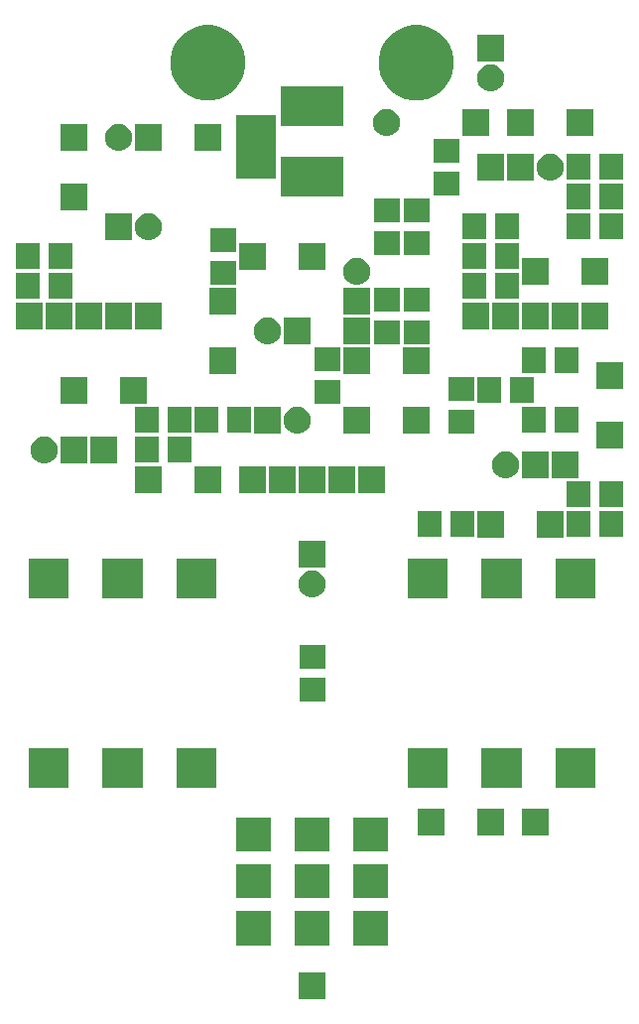
<source format=gbr>
G04 #@! TF.GenerationSoftware,KiCad,Pcbnew,5.1.6-c6e7f7d~87~ubuntu19.10.1*
G04 #@! TF.CreationDate,2022-03-29T21:19:22+06:00*
G04 #@! TF.ProjectId,big_muff_r3a_nyc,6269675f-6d75-4666-965f-7233615f6e79,3A*
G04 #@! TF.SameCoordinates,Original*
G04 #@! TF.FileFunction,Soldermask,Bot*
G04 #@! TF.FilePolarity,Negative*
%FSLAX46Y46*%
G04 Gerber Fmt 4.6, Leading zero omitted, Abs format (unit mm)*
G04 Created by KiCad (PCBNEW 5.1.6-c6e7f7d~87~ubuntu19.10.1) date 2022-03-29 21:19:22*
%MOMM*%
%LPD*%
G01*
G04 APERTURE LIST*
%ADD10C,0.100000*%
G04 APERTURE END LIST*
D10*
G36*
X106560000Y-177680000D02*
G01*
X104260000Y-177680000D01*
X104260000Y-175380000D01*
X106560000Y-175380000D01*
X106560000Y-177680000D01*
G37*
G36*
X111860000Y-173090000D02*
G01*
X108960000Y-173090000D01*
X108960000Y-170190000D01*
X111860000Y-170190000D01*
X111860000Y-173090000D01*
G37*
G36*
X101860000Y-173090000D02*
G01*
X98960000Y-173090000D01*
X98960000Y-170190000D01*
X101860000Y-170190000D01*
X101860000Y-173090000D01*
G37*
G36*
X106860000Y-173090000D02*
G01*
X103960000Y-173090000D01*
X103960000Y-170190000D01*
X106860000Y-170190000D01*
X106860000Y-173090000D01*
G37*
G36*
X101860000Y-169090000D02*
G01*
X98960000Y-169090000D01*
X98960000Y-166190000D01*
X101860000Y-166190000D01*
X101860000Y-169090000D01*
G37*
G36*
X106860000Y-169090000D02*
G01*
X103960000Y-169090000D01*
X103960000Y-166190000D01*
X106860000Y-166190000D01*
X106860000Y-169090000D01*
G37*
G36*
X111860000Y-169090000D02*
G01*
X108960000Y-169090000D01*
X108960000Y-166190000D01*
X111860000Y-166190000D01*
X111860000Y-169090000D01*
G37*
G36*
X111860000Y-165090000D02*
G01*
X108960000Y-165090000D01*
X108960000Y-162190000D01*
X111860000Y-162190000D01*
X111860000Y-165090000D01*
G37*
G36*
X101860000Y-165090000D02*
G01*
X98960000Y-165090000D01*
X98960000Y-162190000D01*
X101860000Y-162190000D01*
X101860000Y-165090000D01*
G37*
G36*
X106860000Y-165090000D02*
G01*
X103960000Y-165090000D01*
X103960000Y-162190000D01*
X106860000Y-162190000D01*
X106860000Y-165090000D01*
G37*
G36*
X121800000Y-163710000D02*
G01*
X119500000Y-163710000D01*
X119500000Y-161410000D01*
X121800000Y-161410000D01*
X121800000Y-163710000D01*
G37*
G36*
X116720000Y-163710000D02*
G01*
X114420000Y-163710000D01*
X114420000Y-161410000D01*
X116720000Y-161410000D01*
X116720000Y-163710000D01*
G37*
G36*
X125610000Y-163710000D02*
G01*
X123310000Y-163710000D01*
X123310000Y-161410000D01*
X125610000Y-161410000D01*
X125610000Y-163710000D01*
G37*
G36*
X97240000Y-159660000D02*
G01*
X93840000Y-159660000D01*
X93840000Y-156260000D01*
X97240000Y-156260000D01*
X97240000Y-159660000D01*
G37*
G36*
X129580000Y-159660000D02*
G01*
X126180000Y-159660000D01*
X126180000Y-156260000D01*
X129580000Y-156260000D01*
X129580000Y-159660000D01*
G37*
G36*
X123280000Y-159660000D02*
G01*
X119880000Y-159660000D01*
X119880000Y-156260000D01*
X123280000Y-156260000D01*
X123280000Y-159660000D01*
G37*
G36*
X116980000Y-159660000D02*
G01*
X113580000Y-159660000D01*
X113580000Y-156260000D01*
X116980000Y-156260000D01*
X116980000Y-159660000D01*
G37*
G36*
X84640000Y-159660000D02*
G01*
X81240000Y-159660000D01*
X81240000Y-156260000D01*
X84640000Y-156260000D01*
X84640000Y-159660000D01*
G37*
G36*
X90940000Y-159660000D02*
G01*
X87540000Y-159660000D01*
X87540000Y-156260000D01*
X90940000Y-156260000D01*
X90940000Y-159660000D01*
G37*
G36*
X106510000Y-152260000D02*
G01*
X104310000Y-152260000D01*
X104310000Y-150260000D01*
X106510000Y-150260000D01*
X106510000Y-152260000D01*
G37*
G36*
X106510000Y-149460000D02*
G01*
X104310000Y-149460000D01*
X104310000Y-147460000D01*
X106510000Y-147460000D01*
X106510000Y-149460000D01*
G37*
G36*
X129580000Y-143460000D02*
G01*
X126180000Y-143460000D01*
X126180000Y-140060000D01*
X129580000Y-140060000D01*
X129580000Y-143460000D01*
G37*
G36*
X84640000Y-143460000D02*
G01*
X81240000Y-143460000D01*
X81240000Y-140060000D01*
X84640000Y-140060000D01*
X84640000Y-143460000D01*
G37*
G36*
X90940000Y-143460000D02*
G01*
X87540000Y-143460000D01*
X87540000Y-140060000D01*
X90940000Y-140060000D01*
X90940000Y-143460000D01*
G37*
G36*
X123280000Y-143460000D02*
G01*
X119880000Y-143460000D01*
X119880000Y-140060000D01*
X123280000Y-140060000D01*
X123280000Y-143460000D01*
G37*
G36*
X97240000Y-143460000D02*
G01*
X93840000Y-143460000D01*
X93840000Y-140060000D01*
X97240000Y-140060000D01*
X97240000Y-143460000D01*
G37*
G36*
X116980000Y-143460000D02*
G01*
X113580000Y-143460000D01*
X113580000Y-140060000D01*
X116980000Y-140060000D01*
X116980000Y-143460000D01*
G37*
G36*
X105634354Y-141112097D02*
G01*
X105745443Y-141134194D01*
X105868039Y-141184976D01*
X105954728Y-141220883D01*
X106143081Y-141346736D01*
X106303264Y-141506919D01*
X106429117Y-141695272D01*
X106465024Y-141781961D01*
X106515806Y-141904557D01*
X106560000Y-142126735D01*
X106560000Y-142353265D01*
X106515806Y-142575443D01*
X106465024Y-142698039D01*
X106429117Y-142784728D01*
X106303264Y-142973081D01*
X106143081Y-143133264D01*
X105954728Y-143259117D01*
X105868039Y-143295024D01*
X105745443Y-143345806D01*
X105634354Y-143367903D01*
X105523267Y-143390000D01*
X105296733Y-143390000D01*
X105185646Y-143367903D01*
X105074557Y-143345806D01*
X104951961Y-143295024D01*
X104865272Y-143259117D01*
X104676919Y-143133264D01*
X104516736Y-142973081D01*
X104390883Y-142784728D01*
X104354976Y-142698039D01*
X104304194Y-142575443D01*
X104260000Y-142353265D01*
X104260000Y-142126735D01*
X104304194Y-141904557D01*
X104354976Y-141781961D01*
X104390883Y-141695272D01*
X104516736Y-141506919D01*
X104676919Y-141346736D01*
X104865272Y-141220883D01*
X104951961Y-141184976D01*
X105074557Y-141134194D01*
X105185646Y-141112097D01*
X105296733Y-141090000D01*
X105523267Y-141090000D01*
X105634354Y-141112097D01*
G37*
G36*
X106560000Y-140850000D02*
G01*
X104260000Y-140850000D01*
X104260000Y-138550000D01*
X106560000Y-138550000D01*
X106560000Y-140850000D01*
G37*
G36*
X126880000Y-138310000D02*
G01*
X124580000Y-138310000D01*
X124580000Y-136010000D01*
X126880000Y-136010000D01*
X126880000Y-138310000D01*
G37*
G36*
X121800000Y-138310000D02*
G01*
X119500000Y-138310000D01*
X119500000Y-136010000D01*
X121800000Y-136010000D01*
X121800000Y-138310000D01*
G37*
G36*
X119240000Y-138260000D02*
G01*
X117240000Y-138260000D01*
X117240000Y-136060000D01*
X119240000Y-136060000D01*
X119240000Y-138260000D01*
G37*
G36*
X116440000Y-138260000D02*
G01*
X114440000Y-138260000D01*
X114440000Y-136060000D01*
X116440000Y-136060000D01*
X116440000Y-138260000D01*
G37*
G36*
X129140000Y-138260000D02*
G01*
X127140000Y-138260000D01*
X127140000Y-136060000D01*
X129140000Y-136060000D01*
X129140000Y-138260000D01*
G37*
G36*
X131940000Y-138260000D02*
G01*
X129940000Y-138260000D01*
X129940000Y-136060000D01*
X131940000Y-136060000D01*
X131940000Y-138260000D01*
G37*
G36*
X129140000Y-135720000D02*
G01*
X127140000Y-135720000D01*
X127140000Y-133520000D01*
X129140000Y-133520000D01*
X129140000Y-135720000D01*
G37*
G36*
X131940000Y-135720000D02*
G01*
X129940000Y-135720000D01*
X129940000Y-133520000D01*
X131940000Y-133520000D01*
X131940000Y-135720000D01*
G37*
G36*
X97670000Y-134500000D02*
G01*
X95370000Y-134500000D01*
X95370000Y-132200000D01*
X97670000Y-132200000D01*
X97670000Y-134500000D01*
G37*
G36*
X111640000Y-134500000D02*
G01*
X109340000Y-134500000D01*
X109340000Y-132200000D01*
X111640000Y-132200000D01*
X111640000Y-134500000D01*
G37*
G36*
X109100000Y-134500000D02*
G01*
X106800000Y-134500000D01*
X106800000Y-132200000D01*
X109100000Y-132200000D01*
X109100000Y-134500000D01*
G37*
G36*
X106560000Y-134500000D02*
G01*
X104260000Y-134500000D01*
X104260000Y-132200000D01*
X106560000Y-132200000D01*
X106560000Y-134500000D01*
G37*
G36*
X101480000Y-134500000D02*
G01*
X99180000Y-134500000D01*
X99180000Y-132200000D01*
X101480000Y-132200000D01*
X101480000Y-134500000D01*
G37*
G36*
X92590000Y-134500000D02*
G01*
X90290000Y-134500000D01*
X90290000Y-132200000D01*
X92590000Y-132200000D01*
X92590000Y-134500000D01*
G37*
G36*
X104020000Y-134500000D02*
G01*
X101720000Y-134500000D01*
X101720000Y-132200000D01*
X104020000Y-132200000D01*
X104020000Y-134500000D01*
G37*
G36*
X128150000Y-133230000D02*
G01*
X125850000Y-133230000D01*
X125850000Y-130930000D01*
X128150000Y-130930000D01*
X128150000Y-133230000D01*
G37*
G36*
X125610000Y-133230000D02*
G01*
X123310000Y-133230000D01*
X123310000Y-130930000D01*
X125610000Y-130930000D01*
X125610000Y-133230000D01*
G37*
G36*
X122144354Y-130952097D02*
G01*
X122255443Y-130974194D01*
X122378039Y-131024976D01*
X122464728Y-131060883D01*
X122653081Y-131186736D01*
X122813264Y-131346919D01*
X122939117Y-131535272D01*
X122975024Y-131621961D01*
X123025806Y-131744557D01*
X123025806Y-131744559D01*
X123070000Y-131966733D01*
X123070000Y-132193267D01*
X123047903Y-132304354D01*
X123025806Y-132415443D01*
X122975024Y-132538039D01*
X122939117Y-132624728D01*
X122813264Y-132813081D01*
X122653081Y-132973264D01*
X122464728Y-133099117D01*
X122378039Y-133135024D01*
X122255443Y-133185806D01*
X122144354Y-133207903D01*
X122033267Y-133230000D01*
X121806733Y-133230000D01*
X121695646Y-133207903D01*
X121584557Y-133185806D01*
X121461961Y-133135024D01*
X121375272Y-133099117D01*
X121186919Y-132973264D01*
X121026736Y-132813081D01*
X120900883Y-132624728D01*
X120864976Y-132538039D01*
X120814194Y-132415443D01*
X120792097Y-132304354D01*
X120770000Y-132193267D01*
X120770000Y-131966733D01*
X120814194Y-131744559D01*
X120814194Y-131744557D01*
X120864976Y-131621961D01*
X120900883Y-131535272D01*
X121026736Y-131346919D01*
X121186919Y-131186736D01*
X121375272Y-131060883D01*
X121461961Y-131024976D01*
X121584557Y-130974194D01*
X121695646Y-130952097D01*
X121806733Y-130930000D01*
X122033267Y-130930000D01*
X122144354Y-130952097D01*
G37*
G36*
X82774354Y-129682097D02*
G01*
X82885443Y-129704194D01*
X83008039Y-129754976D01*
X83094728Y-129790883D01*
X83283081Y-129916736D01*
X83443264Y-130076919D01*
X83569117Y-130265272D01*
X83605024Y-130351961D01*
X83655806Y-130474557D01*
X83655806Y-130474559D01*
X83700000Y-130696733D01*
X83700000Y-130923267D01*
X83689870Y-130974194D01*
X83655806Y-131145443D01*
X83638701Y-131186737D01*
X83569117Y-131354728D01*
X83443264Y-131543081D01*
X83283081Y-131703264D01*
X83094728Y-131829117D01*
X83008039Y-131865024D01*
X82885443Y-131915806D01*
X82774354Y-131937903D01*
X82663267Y-131960000D01*
X82436733Y-131960000D01*
X82325646Y-131937903D01*
X82214557Y-131915806D01*
X82091961Y-131865024D01*
X82005272Y-131829117D01*
X81816919Y-131703264D01*
X81656736Y-131543081D01*
X81530883Y-131354728D01*
X81461299Y-131186737D01*
X81444194Y-131145443D01*
X81410130Y-130974194D01*
X81400000Y-130923267D01*
X81400000Y-130696733D01*
X81444194Y-130474559D01*
X81444194Y-130474557D01*
X81494976Y-130351961D01*
X81530883Y-130265272D01*
X81656736Y-130076919D01*
X81816919Y-129916736D01*
X82005272Y-129790883D01*
X82091961Y-129754976D01*
X82214557Y-129704194D01*
X82325646Y-129682097D01*
X82436733Y-129660000D01*
X82663267Y-129660000D01*
X82774354Y-129682097D01*
G37*
G36*
X88780000Y-131960000D02*
G01*
X86480000Y-131960000D01*
X86480000Y-129660000D01*
X88780000Y-129660000D01*
X88780000Y-131960000D01*
G37*
G36*
X86240000Y-131960000D02*
G01*
X83940000Y-131960000D01*
X83940000Y-129660000D01*
X86240000Y-129660000D01*
X86240000Y-131960000D01*
G37*
G36*
X92310000Y-131910000D02*
G01*
X90310000Y-131910000D01*
X90310000Y-129710000D01*
X92310000Y-129710000D01*
X92310000Y-131910000D01*
G37*
G36*
X95110000Y-131910000D02*
G01*
X93110000Y-131910000D01*
X93110000Y-129710000D01*
X95110000Y-129710000D01*
X95110000Y-131910000D01*
G37*
G36*
X131960000Y-130690000D02*
G01*
X129660000Y-130690000D01*
X129660000Y-128390000D01*
X131960000Y-128390000D01*
X131960000Y-130690000D01*
G37*
G36*
X102750000Y-129420000D02*
G01*
X100450000Y-129420000D01*
X100450000Y-127120000D01*
X102750000Y-127120000D01*
X102750000Y-129420000D01*
G37*
G36*
X104364354Y-127142097D02*
G01*
X104475443Y-127164194D01*
X104598039Y-127214976D01*
X104684728Y-127250883D01*
X104873081Y-127376736D01*
X105033264Y-127536919D01*
X105159117Y-127725272D01*
X105195024Y-127811961D01*
X105245806Y-127934557D01*
X105245806Y-127934559D01*
X105290000Y-128156733D01*
X105290000Y-128383267D01*
X105267903Y-128494354D01*
X105245806Y-128605443D01*
X105195024Y-128728039D01*
X105159117Y-128814728D01*
X105033264Y-129003081D01*
X104873081Y-129163264D01*
X104684728Y-129289117D01*
X104598039Y-129325024D01*
X104475443Y-129375806D01*
X104364354Y-129397903D01*
X104253267Y-129420000D01*
X104026733Y-129420000D01*
X103915646Y-129397903D01*
X103804557Y-129375806D01*
X103681961Y-129325024D01*
X103595272Y-129289117D01*
X103406919Y-129163264D01*
X103246736Y-129003081D01*
X103120883Y-128814728D01*
X103084976Y-128728039D01*
X103034194Y-128605443D01*
X103012097Y-128494354D01*
X102990000Y-128383267D01*
X102990000Y-128156733D01*
X103034194Y-127934559D01*
X103034194Y-127934557D01*
X103084976Y-127811961D01*
X103120883Y-127725272D01*
X103246736Y-127536919D01*
X103406919Y-127376736D01*
X103595272Y-127250883D01*
X103681961Y-127214976D01*
X103804557Y-127164194D01*
X103915646Y-127142097D01*
X104026733Y-127120000D01*
X104253267Y-127120000D01*
X104364354Y-127142097D01*
G37*
G36*
X110370000Y-129420000D02*
G01*
X108070000Y-129420000D01*
X108070000Y-127120000D01*
X110370000Y-127120000D01*
X110370000Y-129420000D01*
G37*
G36*
X115450000Y-129420000D02*
G01*
X113150000Y-129420000D01*
X113150000Y-127120000D01*
X115450000Y-127120000D01*
X115450000Y-129420000D01*
G37*
G36*
X119210000Y-129400000D02*
G01*
X117010000Y-129400000D01*
X117010000Y-127400000D01*
X119210000Y-127400000D01*
X119210000Y-129400000D01*
G37*
G36*
X97390000Y-129370000D02*
G01*
X95390000Y-129370000D01*
X95390000Y-127170000D01*
X97390000Y-127170000D01*
X97390000Y-129370000D01*
G37*
G36*
X100190000Y-129370000D02*
G01*
X98190000Y-129370000D01*
X98190000Y-127170000D01*
X100190000Y-127170000D01*
X100190000Y-129370000D01*
G37*
G36*
X92310000Y-129370000D02*
G01*
X90310000Y-129370000D01*
X90310000Y-127170000D01*
X92310000Y-127170000D01*
X92310000Y-129370000D01*
G37*
G36*
X125330000Y-129370000D02*
G01*
X123330000Y-129370000D01*
X123330000Y-127170000D01*
X125330000Y-127170000D01*
X125330000Y-129370000D01*
G37*
G36*
X128130000Y-129370000D02*
G01*
X126130000Y-129370000D01*
X126130000Y-127170000D01*
X128130000Y-127170000D01*
X128130000Y-129370000D01*
G37*
G36*
X95110000Y-129370000D02*
G01*
X93110000Y-129370000D01*
X93110000Y-127170000D01*
X95110000Y-127170000D01*
X95110000Y-129370000D01*
G37*
G36*
X91320000Y-126880000D02*
G01*
X89020000Y-126880000D01*
X89020000Y-124580000D01*
X91320000Y-124580000D01*
X91320000Y-126880000D01*
G37*
G36*
X86240000Y-126880000D02*
G01*
X83940000Y-126880000D01*
X83940000Y-124580000D01*
X86240000Y-124580000D01*
X86240000Y-126880000D01*
G37*
G36*
X107780000Y-126860000D02*
G01*
X105580000Y-126860000D01*
X105580000Y-124860000D01*
X107780000Y-124860000D01*
X107780000Y-126860000D01*
G37*
G36*
X121520000Y-126830000D02*
G01*
X119520000Y-126830000D01*
X119520000Y-124630000D01*
X121520000Y-124630000D01*
X121520000Y-126830000D01*
G37*
G36*
X124320000Y-126830000D02*
G01*
X122320000Y-126830000D01*
X122320000Y-124630000D01*
X124320000Y-124630000D01*
X124320000Y-126830000D01*
G37*
G36*
X119210000Y-126600000D02*
G01*
X117010000Y-126600000D01*
X117010000Y-124600000D01*
X119210000Y-124600000D01*
X119210000Y-126600000D01*
G37*
G36*
X131960000Y-125610000D02*
G01*
X129660000Y-125610000D01*
X129660000Y-123310000D01*
X131960000Y-123310000D01*
X131960000Y-125610000D01*
G37*
G36*
X110370000Y-124340000D02*
G01*
X108070000Y-124340000D01*
X108070000Y-122040000D01*
X110370000Y-122040000D01*
X110370000Y-124340000D01*
G37*
G36*
X98940000Y-124340000D02*
G01*
X96640000Y-124340000D01*
X96640000Y-122040000D01*
X98940000Y-122040000D01*
X98940000Y-124340000D01*
G37*
G36*
X115450000Y-124340000D02*
G01*
X113150000Y-124340000D01*
X113150000Y-122040000D01*
X115450000Y-122040000D01*
X115450000Y-124340000D01*
G37*
G36*
X125330000Y-124290000D02*
G01*
X123330000Y-124290000D01*
X123330000Y-122090000D01*
X125330000Y-122090000D01*
X125330000Y-124290000D01*
G37*
G36*
X128130000Y-124290000D02*
G01*
X126130000Y-124290000D01*
X126130000Y-122090000D01*
X128130000Y-122090000D01*
X128130000Y-124290000D01*
G37*
G36*
X107780000Y-124060000D02*
G01*
X105580000Y-124060000D01*
X105580000Y-122060000D01*
X107780000Y-122060000D01*
X107780000Y-124060000D01*
G37*
G36*
X110370000Y-121800000D02*
G01*
X108070000Y-121800000D01*
X108070000Y-119500000D01*
X110370000Y-119500000D01*
X110370000Y-121800000D01*
G37*
G36*
X101824354Y-119522097D02*
G01*
X101935443Y-119544194D01*
X102058039Y-119594976D01*
X102144728Y-119630883D01*
X102333081Y-119756736D01*
X102493264Y-119916919D01*
X102619117Y-120105272D01*
X102655024Y-120191961D01*
X102705806Y-120314557D01*
X102705806Y-120314559D01*
X102748661Y-120530000D01*
X102750000Y-120536735D01*
X102750000Y-120763265D01*
X102705806Y-120985443D01*
X102655024Y-121108039D01*
X102619117Y-121194728D01*
X102493264Y-121383081D01*
X102333081Y-121543264D01*
X102144728Y-121669117D01*
X102058039Y-121705024D01*
X101935443Y-121755806D01*
X101824354Y-121777903D01*
X101713267Y-121800000D01*
X101486733Y-121800000D01*
X101375646Y-121777903D01*
X101264557Y-121755806D01*
X101141961Y-121705024D01*
X101055272Y-121669117D01*
X100866919Y-121543264D01*
X100706736Y-121383081D01*
X100580883Y-121194728D01*
X100544976Y-121108039D01*
X100494194Y-120985443D01*
X100450000Y-120763265D01*
X100450000Y-120536735D01*
X100451340Y-120530000D01*
X100494194Y-120314559D01*
X100494194Y-120314557D01*
X100544976Y-120191961D01*
X100580883Y-120105272D01*
X100706736Y-119916919D01*
X100866919Y-119756736D01*
X101055272Y-119630883D01*
X101141961Y-119594976D01*
X101264557Y-119544194D01*
X101375646Y-119522097D01*
X101486733Y-119500000D01*
X101713267Y-119500000D01*
X101824354Y-119522097D01*
G37*
G36*
X105290000Y-121800000D02*
G01*
X102990000Y-121800000D01*
X102990000Y-119500000D01*
X105290000Y-119500000D01*
X105290000Y-121800000D01*
G37*
G36*
X115400000Y-121780000D02*
G01*
X113200000Y-121780000D01*
X113200000Y-119780000D01*
X115400000Y-119780000D01*
X115400000Y-121780000D01*
G37*
G36*
X112860000Y-121780000D02*
G01*
X110660000Y-121780000D01*
X110660000Y-119780000D01*
X112860000Y-119780000D01*
X112860000Y-121780000D01*
G37*
G36*
X84970000Y-120530000D02*
G01*
X82670000Y-120530000D01*
X82670000Y-118230000D01*
X84970000Y-118230000D01*
X84970000Y-120530000D01*
G37*
G36*
X82430000Y-120530000D02*
G01*
X80130000Y-120530000D01*
X80130000Y-118230000D01*
X82430000Y-118230000D01*
X82430000Y-120530000D01*
G37*
G36*
X87510000Y-120530000D02*
G01*
X85210000Y-120530000D01*
X85210000Y-118230000D01*
X87510000Y-118230000D01*
X87510000Y-120530000D01*
G37*
G36*
X90050000Y-120530000D02*
G01*
X87750000Y-120530000D01*
X87750000Y-118230000D01*
X90050000Y-118230000D01*
X90050000Y-120530000D01*
G37*
G36*
X120530000Y-120530000D02*
G01*
X118230000Y-120530000D01*
X118230000Y-118230000D01*
X120530000Y-118230000D01*
X120530000Y-120530000D01*
G37*
G36*
X125610000Y-120530000D02*
G01*
X123310000Y-120530000D01*
X123310000Y-118230000D01*
X125610000Y-118230000D01*
X125610000Y-120530000D01*
G37*
G36*
X128150000Y-120530000D02*
G01*
X125850000Y-120530000D01*
X125850000Y-118230000D01*
X128150000Y-118230000D01*
X128150000Y-120530000D01*
G37*
G36*
X130690000Y-120530000D02*
G01*
X128390000Y-120530000D01*
X128390000Y-118230000D01*
X130690000Y-118230000D01*
X130690000Y-120530000D01*
G37*
G36*
X92590000Y-120530000D02*
G01*
X90290000Y-120530000D01*
X90290000Y-118230000D01*
X92590000Y-118230000D01*
X92590000Y-120530000D01*
G37*
G36*
X123070000Y-120530000D02*
G01*
X120770000Y-120530000D01*
X120770000Y-118230000D01*
X123070000Y-118230000D01*
X123070000Y-120530000D01*
G37*
G36*
X98940000Y-119260000D02*
G01*
X96640000Y-119260000D01*
X96640000Y-116960000D01*
X98940000Y-116960000D01*
X98940000Y-119260000D01*
G37*
G36*
X110370000Y-119260000D02*
G01*
X108070000Y-119260000D01*
X108070000Y-116960000D01*
X110370000Y-116960000D01*
X110370000Y-119260000D01*
G37*
G36*
X115400000Y-118980000D02*
G01*
X113200000Y-118980000D01*
X113200000Y-116980000D01*
X115400000Y-116980000D01*
X115400000Y-118980000D01*
G37*
G36*
X112860000Y-118980000D02*
G01*
X110660000Y-118980000D01*
X110660000Y-116980000D01*
X112860000Y-116980000D01*
X112860000Y-118980000D01*
G37*
G36*
X123050000Y-117940000D02*
G01*
X121050000Y-117940000D01*
X121050000Y-115740000D01*
X123050000Y-115740000D01*
X123050000Y-117940000D01*
G37*
G36*
X84950000Y-117940000D02*
G01*
X82950000Y-117940000D01*
X82950000Y-115740000D01*
X84950000Y-115740000D01*
X84950000Y-117940000D01*
G37*
G36*
X82150000Y-117940000D02*
G01*
X80150000Y-117940000D01*
X80150000Y-115740000D01*
X82150000Y-115740000D01*
X82150000Y-117940000D01*
G37*
G36*
X120250000Y-117940000D02*
G01*
X118250000Y-117940000D01*
X118250000Y-115740000D01*
X120250000Y-115740000D01*
X120250000Y-117940000D01*
G37*
G36*
X130690000Y-116720000D02*
G01*
X128390000Y-116720000D01*
X128390000Y-114420000D01*
X130690000Y-114420000D01*
X130690000Y-116720000D01*
G37*
G36*
X125610000Y-116720000D02*
G01*
X123310000Y-116720000D01*
X123310000Y-114420000D01*
X125610000Y-114420000D01*
X125610000Y-116720000D01*
G37*
G36*
X109444354Y-114442097D02*
G01*
X109555443Y-114464194D01*
X109678039Y-114514976D01*
X109764728Y-114550883D01*
X109953081Y-114676736D01*
X110113264Y-114836919D01*
X110239117Y-115025272D01*
X110275024Y-115111961D01*
X110325806Y-115234557D01*
X110325806Y-115234559D01*
X110368661Y-115450000D01*
X110370000Y-115456735D01*
X110370000Y-115683265D01*
X110325806Y-115905443D01*
X110275024Y-116028039D01*
X110239117Y-116114728D01*
X110113264Y-116303081D01*
X109953081Y-116463264D01*
X109764728Y-116589117D01*
X109678039Y-116625024D01*
X109555443Y-116675806D01*
X109444354Y-116697903D01*
X109333267Y-116720000D01*
X109106733Y-116720000D01*
X108995646Y-116697903D01*
X108884557Y-116675806D01*
X108761961Y-116625024D01*
X108675272Y-116589117D01*
X108486919Y-116463264D01*
X108326736Y-116303081D01*
X108200883Y-116114728D01*
X108164976Y-116028039D01*
X108114194Y-115905443D01*
X108070000Y-115683265D01*
X108070000Y-115456735D01*
X108071340Y-115450000D01*
X108114194Y-115234559D01*
X108114194Y-115234557D01*
X108164976Y-115111961D01*
X108200883Y-115025272D01*
X108326736Y-114836919D01*
X108486919Y-114676736D01*
X108675272Y-114550883D01*
X108761961Y-114514976D01*
X108884557Y-114464194D01*
X108995646Y-114442097D01*
X109106733Y-114420000D01*
X109333267Y-114420000D01*
X109444354Y-114442097D01*
G37*
G36*
X98890000Y-116700000D02*
G01*
X96690000Y-116700000D01*
X96690000Y-114700000D01*
X98890000Y-114700000D01*
X98890000Y-116700000D01*
G37*
G36*
X101480000Y-115450000D02*
G01*
X99180000Y-115450000D01*
X99180000Y-113150000D01*
X101480000Y-113150000D01*
X101480000Y-115450000D01*
G37*
G36*
X106560000Y-115450000D02*
G01*
X104260000Y-115450000D01*
X104260000Y-113150000D01*
X106560000Y-113150000D01*
X106560000Y-115450000D01*
G37*
G36*
X123050000Y-115400000D02*
G01*
X121050000Y-115400000D01*
X121050000Y-113200000D01*
X123050000Y-113200000D01*
X123050000Y-115400000D01*
G37*
G36*
X84950000Y-115400000D02*
G01*
X82950000Y-115400000D01*
X82950000Y-113200000D01*
X84950000Y-113200000D01*
X84950000Y-115400000D01*
G37*
G36*
X82150000Y-115400000D02*
G01*
X80150000Y-115400000D01*
X80150000Y-113200000D01*
X82150000Y-113200000D01*
X82150000Y-115400000D01*
G37*
G36*
X120250000Y-115400000D02*
G01*
X118250000Y-115400000D01*
X118250000Y-113200000D01*
X120250000Y-113200000D01*
X120250000Y-115400000D01*
G37*
G36*
X112860000Y-114160000D02*
G01*
X110660000Y-114160000D01*
X110660000Y-112160000D01*
X112860000Y-112160000D01*
X112860000Y-114160000D01*
G37*
G36*
X115400000Y-114160000D02*
G01*
X113200000Y-114160000D01*
X113200000Y-112160000D01*
X115400000Y-112160000D01*
X115400000Y-114160000D01*
G37*
G36*
X98890000Y-113900000D02*
G01*
X96690000Y-113900000D01*
X96690000Y-111900000D01*
X98890000Y-111900000D01*
X98890000Y-113900000D01*
G37*
G36*
X91664354Y-110632097D02*
G01*
X91775443Y-110654194D01*
X91898039Y-110704976D01*
X91984728Y-110740883D01*
X92173081Y-110866736D01*
X92333264Y-111026919D01*
X92459117Y-111215272D01*
X92495024Y-111301961D01*
X92545806Y-111424557D01*
X92590000Y-111646735D01*
X92590000Y-111873265D01*
X92545806Y-112095443D01*
X92519065Y-112160000D01*
X92459117Y-112304728D01*
X92333264Y-112493081D01*
X92173081Y-112653264D01*
X91984728Y-112779117D01*
X91898039Y-112815024D01*
X91775443Y-112865806D01*
X91664354Y-112887903D01*
X91553267Y-112910000D01*
X91326733Y-112910000D01*
X91215646Y-112887903D01*
X91104557Y-112865806D01*
X90981961Y-112815024D01*
X90895272Y-112779117D01*
X90706919Y-112653264D01*
X90546736Y-112493081D01*
X90420883Y-112304728D01*
X90360935Y-112160000D01*
X90334194Y-112095443D01*
X90290000Y-111873265D01*
X90290000Y-111646735D01*
X90334194Y-111424557D01*
X90384976Y-111301961D01*
X90420883Y-111215272D01*
X90546736Y-111026919D01*
X90706919Y-110866736D01*
X90895272Y-110740883D01*
X90981961Y-110704976D01*
X91104557Y-110654194D01*
X91215646Y-110632097D01*
X91326733Y-110610000D01*
X91553267Y-110610000D01*
X91664354Y-110632097D01*
G37*
G36*
X90050000Y-112910000D02*
G01*
X87750000Y-112910000D01*
X87750000Y-110610000D01*
X90050000Y-110610000D01*
X90050000Y-112910000D01*
G37*
G36*
X131940000Y-112860000D02*
G01*
X129940000Y-112860000D01*
X129940000Y-110660000D01*
X131940000Y-110660000D01*
X131940000Y-112860000D01*
G37*
G36*
X129140000Y-112860000D02*
G01*
X127140000Y-112860000D01*
X127140000Y-110660000D01*
X129140000Y-110660000D01*
X129140000Y-112860000D01*
G37*
G36*
X123050000Y-112860000D02*
G01*
X121050000Y-112860000D01*
X121050000Y-110660000D01*
X123050000Y-110660000D01*
X123050000Y-112860000D01*
G37*
G36*
X120250000Y-112860000D02*
G01*
X118250000Y-112860000D01*
X118250000Y-110660000D01*
X120250000Y-110660000D01*
X120250000Y-112860000D01*
G37*
G36*
X115400000Y-111360000D02*
G01*
X113200000Y-111360000D01*
X113200000Y-109360000D01*
X115400000Y-109360000D01*
X115400000Y-111360000D01*
G37*
G36*
X112860000Y-111360000D02*
G01*
X110660000Y-111360000D01*
X110660000Y-109360000D01*
X112860000Y-109360000D01*
X112860000Y-111360000D01*
G37*
G36*
X86240000Y-110370000D02*
G01*
X83940000Y-110370000D01*
X83940000Y-108070000D01*
X86240000Y-108070000D01*
X86240000Y-110370000D01*
G37*
G36*
X129140000Y-110320000D02*
G01*
X127140000Y-110320000D01*
X127140000Y-108120000D01*
X129140000Y-108120000D01*
X129140000Y-110320000D01*
G37*
G36*
X131940000Y-110320000D02*
G01*
X129940000Y-110320000D01*
X129940000Y-108120000D01*
X131940000Y-108120000D01*
X131940000Y-110320000D01*
G37*
G36*
X108110000Y-109180000D02*
G01*
X102710000Y-109180000D01*
X102710000Y-105780000D01*
X108110000Y-105780000D01*
X108110000Y-109180000D01*
G37*
G36*
X117940000Y-109080000D02*
G01*
X115740000Y-109080000D01*
X115740000Y-107080000D01*
X117940000Y-107080000D01*
X117940000Y-109080000D01*
G37*
G36*
X124340000Y-107830000D02*
G01*
X122040000Y-107830000D01*
X122040000Y-105530000D01*
X124340000Y-105530000D01*
X124340000Y-107830000D01*
G37*
G36*
X125954354Y-105552097D02*
G01*
X126065443Y-105574194D01*
X126188039Y-105624976D01*
X126274728Y-105660883D01*
X126463081Y-105786736D01*
X126623264Y-105946919D01*
X126749117Y-106135272D01*
X126785024Y-106221961D01*
X126835806Y-106344557D01*
X126880000Y-106566735D01*
X126880000Y-106793265D01*
X126835806Y-107015443D01*
X126809065Y-107080000D01*
X126749117Y-107224728D01*
X126623264Y-107413081D01*
X126463081Y-107573264D01*
X126274728Y-107699117D01*
X126188039Y-107735024D01*
X126065443Y-107785806D01*
X125954354Y-107807903D01*
X125843267Y-107830000D01*
X125616733Y-107830000D01*
X125505646Y-107807903D01*
X125394557Y-107785806D01*
X125271961Y-107735024D01*
X125185272Y-107699117D01*
X124996919Y-107573264D01*
X124836736Y-107413081D01*
X124710883Y-107224728D01*
X124650935Y-107080000D01*
X124624194Y-107015443D01*
X124580000Y-106793265D01*
X124580000Y-106566735D01*
X124624194Y-106344557D01*
X124674976Y-106221961D01*
X124710883Y-106135272D01*
X124836736Y-105946919D01*
X124996919Y-105786736D01*
X125185272Y-105660883D01*
X125271961Y-105624976D01*
X125394557Y-105574194D01*
X125505646Y-105552097D01*
X125616733Y-105530000D01*
X125843267Y-105530000D01*
X125954354Y-105552097D01*
G37*
G36*
X121800000Y-107830000D02*
G01*
X119500000Y-107830000D01*
X119500000Y-105530000D01*
X121800000Y-105530000D01*
X121800000Y-107830000D01*
G37*
G36*
X131940000Y-107780000D02*
G01*
X129940000Y-107780000D01*
X129940000Y-105580000D01*
X131940000Y-105580000D01*
X131940000Y-107780000D01*
G37*
G36*
X129140000Y-107780000D02*
G01*
X127140000Y-107780000D01*
X127140000Y-105580000D01*
X129140000Y-105580000D01*
X129140000Y-107780000D01*
G37*
G36*
X102310000Y-107680000D02*
G01*
X98910000Y-107680000D01*
X98910000Y-102280000D01*
X102310000Y-102280000D01*
X102310000Y-107680000D01*
G37*
G36*
X117940000Y-106280000D02*
G01*
X115740000Y-106280000D01*
X115740000Y-104280000D01*
X117940000Y-104280000D01*
X117940000Y-106280000D01*
G37*
G36*
X92590000Y-105290000D02*
G01*
X90290000Y-105290000D01*
X90290000Y-102990000D01*
X92590000Y-102990000D01*
X92590000Y-105290000D01*
G37*
G36*
X97670000Y-105290000D02*
G01*
X95370000Y-105290000D01*
X95370000Y-102990000D01*
X97670000Y-102990000D01*
X97670000Y-105290000D01*
G37*
G36*
X89124354Y-103012097D02*
G01*
X89235443Y-103034194D01*
X89358039Y-103084976D01*
X89444728Y-103120883D01*
X89633081Y-103246736D01*
X89793264Y-103406919D01*
X89919117Y-103595272D01*
X89955024Y-103681961D01*
X90005806Y-103804557D01*
X90005806Y-103804559D01*
X90048661Y-104020000D01*
X90050000Y-104026735D01*
X90050000Y-104253265D01*
X90005806Y-104475443D01*
X89955024Y-104598039D01*
X89919117Y-104684728D01*
X89793264Y-104873081D01*
X89633081Y-105033264D01*
X89444728Y-105159117D01*
X89358039Y-105195024D01*
X89235443Y-105245806D01*
X89124354Y-105267903D01*
X89013267Y-105290000D01*
X88786733Y-105290000D01*
X88675646Y-105267903D01*
X88564557Y-105245806D01*
X88441961Y-105195024D01*
X88355272Y-105159117D01*
X88166919Y-105033264D01*
X88006736Y-104873081D01*
X87880883Y-104684728D01*
X87844976Y-104598039D01*
X87794194Y-104475443D01*
X87750000Y-104253265D01*
X87750000Y-104026735D01*
X87751340Y-104020000D01*
X87794194Y-103804559D01*
X87794194Y-103804557D01*
X87844976Y-103681961D01*
X87880883Y-103595272D01*
X88006736Y-103406919D01*
X88166919Y-103246736D01*
X88355272Y-103120883D01*
X88441961Y-103084976D01*
X88564557Y-103034194D01*
X88675646Y-103012097D01*
X88786733Y-102990000D01*
X89013267Y-102990000D01*
X89124354Y-103012097D01*
G37*
G36*
X86240000Y-105290000D02*
G01*
X83940000Y-105290000D01*
X83940000Y-102990000D01*
X86240000Y-102990000D01*
X86240000Y-105290000D01*
G37*
G36*
X129420000Y-104020000D02*
G01*
X127120000Y-104020000D01*
X127120000Y-101720000D01*
X129420000Y-101720000D01*
X129420000Y-104020000D01*
G37*
G36*
X120530000Y-104020000D02*
G01*
X118230000Y-104020000D01*
X118230000Y-101720000D01*
X120530000Y-101720000D01*
X120530000Y-104020000D01*
G37*
G36*
X111984354Y-101742097D02*
G01*
X112095443Y-101764194D01*
X112218039Y-101814976D01*
X112304728Y-101850883D01*
X112493081Y-101976736D01*
X112653264Y-102136919D01*
X112779117Y-102325272D01*
X112815024Y-102411961D01*
X112865806Y-102534557D01*
X112865806Y-102534559D01*
X112910000Y-102756733D01*
X112910000Y-102983267D01*
X112899870Y-103034194D01*
X112865806Y-103205443D01*
X112848701Y-103246737D01*
X112779117Y-103414728D01*
X112653264Y-103603081D01*
X112493081Y-103763264D01*
X112304728Y-103889117D01*
X112218039Y-103925024D01*
X112095443Y-103975806D01*
X111984354Y-103997903D01*
X111873267Y-104020000D01*
X111646733Y-104020000D01*
X111535646Y-103997903D01*
X111424557Y-103975806D01*
X111301961Y-103925024D01*
X111215272Y-103889117D01*
X111026919Y-103763264D01*
X110866736Y-103603081D01*
X110740883Y-103414728D01*
X110671299Y-103246737D01*
X110654194Y-103205443D01*
X110620130Y-103034194D01*
X110610000Y-102983267D01*
X110610000Y-102756733D01*
X110654194Y-102534559D01*
X110654194Y-102534557D01*
X110704976Y-102411961D01*
X110740883Y-102325272D01*
X110866736Y-102136919D01*
X111026919Y-101976736D01*
X111215272Y-101850883D01*
X111301961Y-101814976D01*
X111424557Y-101764194D01*
X111535646Y-101742097D01*
X111646733Y-101720000D01*
X111873267Y-101720000D01*
X111984354Y-101742097D01*
G37*
G36*
X124340000Y-104020000D02*
G01*
X122040000Y-104020000D01*
X122040000Y-101720000D01*
X124340000Y-101720000D01*
X124340000Y-104020000D01*
G37*
G36*
X108110000Y-103180000D02*
G01*
X102710000Y-103180000D01*
X102710000Y-99780000D01*
X108110000Y-99780000D01*
X108110000Y-103180000D01*
G37*
G36*
X115233404Y-94712974D02*
G01*
X115574545Y-94854279D01*
X115815768Y-94954197D01*
X116339881Y-95304398D01*
X116785602Y-95750119D01*
X117135803Y-96274232D01*
X117135803Y-96274233D01*
X117377026Y-96856596D01*
X117500000Y-97474826D01*
X117500000Y-98105174D01*
X117377026Y-98723404D01*
X117284520Y-98946733D01*
X117135803Y-99305768D01*
X116785602Y-99829881D01*
X116339881Y-100275602D01*
X115815768Y-100625803D01*
X115574545Y-100725721D01*
X115233404Y-100867026D01*
X114615174Y-100990000D01*
X113984826Y-100990000D01*
X113366596Y-100867026D01*
X113025455Y-100725721D01*
X112784232Y-100625803D01*
X112260119Y-100275602D01*
X111814398Y-99829881D01*
X111464197Y-99305768D01*
X111315480Y-98946733D01*
X111222974Y-98723404D01*
X111100000Y-98105174D01*
X111100000Y-97474826D01*
X111222974Y-96856596D01*
X111464197Y-96274233D01*
X111464197Y-96274232D01*
X111814398Y-95750119D01*
X112260119Y-95304398D01*
X112784232Y-94954197D01*
X113025455Y-94854279D01*
X113366596Y-94712974D01*
X113984826Y-94590000D01*
X114615174Y-94590000D01*
X115233404Y-94712974D01*
G37*
G36*
X97453404Y-94712974D02*
G01*
X97794545Y-94854279D01*
X98035768Y-94954197D01*
X98559881Y-95304398D01*
X99005602Y-95750119D01*
X99355803Y-96274232D01*
X99355803Y-96274233D01*
X99597026Y-96856596D01*
X99720000Y-97474826D01*
X99720000Y-98105174D01*
X99597026Y-98723404D01*
X99504520Y-98946733D01*
X99355803Y-99305768D01*
X99005602Y-99829881D01*
X98559881Y-100275602D01*
X98035768Y-100625803D01*
X97794545Y-100725721D01*
X97453404Y-100867026D01*
X96835174Y-100990000D01*
X96204826Y-100990000D01*
X95586596Y-100867026D01*
X95245455Y-100725721D01*
X95004232Y-100625803D01*
X94480119Y-100275602D01*
X94034398Y-99829881D01*
X93684197Y-99305768D01*
X93535480Y-98946733D01*
X93442974Y-98723404D01*
X93320000Y-98105174D01*
X93320000Y-97474826D01*
X93442974Y-96856596D01*
X93684197Y-96274233D01*
X93684197Y-96274232D01*
X94034398Y-95750119D01*
X94480119Y-95304398D01*
X95004232Y-94954197D01*
X95245455Y-94854279D01*
X95586596Y-94712974D01*
X96204826Y-94590000D01*
X96835174Y-94590000D01*
X97453404Y-94712974D01*
G37*
G36*
X120874354Y-97932097D02*
G01*
X120985443Y-97954194D01*
X121108039Y-98004976D01*
X121194728Y-98040883D01*
X121383081Y-98166736D01*
X121543264Y-98326919D01*
X121669117Y-98515272D01*
X121705024Y-98601961D01*
X121755806Y-98724557D01*
X121800000Y-98946735D01*
X121800000Y-99173265D01*
X121755806Y-99395443D01*
X121705024Y-99518039D01*
X121669117Y-99604728D01*
X121543264Y-99793081D01*
X121383081Y-99953264D01*
X121194728Y-100079117D01*
X121108039Y-100115024D01*
X120985443Y-100165806D01*
X120874354Y-100187903D01*
X120763267Y-100210000D01*
X120536733Y-100210000D01*
X120425646Y-100187903D01*
X120314557Y-100165806D01*
X120191961Y-100115024D01*
X120105272Y-100079117D01*
X119916919Y-99953264D01*
X119756736Y-99793081D01*
X119630883Y-99604728D01*
X119594976Y-99518039D01*
X119544194Y-99395443D01*
X119500000Y-99173265D01*
X119500000Y-98946735D01*
X119544194Y-98724557D01*
X119594976Y-98601961D01*
X119630883Y-98515272D01*
X119756736Y-98326919D01*
X119916919Y-98166736D01*
X120105272Y-98040883D01*
X120191961Y-98004976D01*
X120314557Y-97954194D01*
X120425646Y-97932097D01*
X120536733Y-97910000D01*
X120763267Y-97910000D01*
X120874354Y-97932097D01*
G37*
G36*
X121800000Y-97670000D02*
G01*
X119500000Y-97670000D01*
X119500000Y-95370000D01*
X121800000Y-95370000D01*
X121800000Y-97670000D01*
G37*
M02*

</source>
